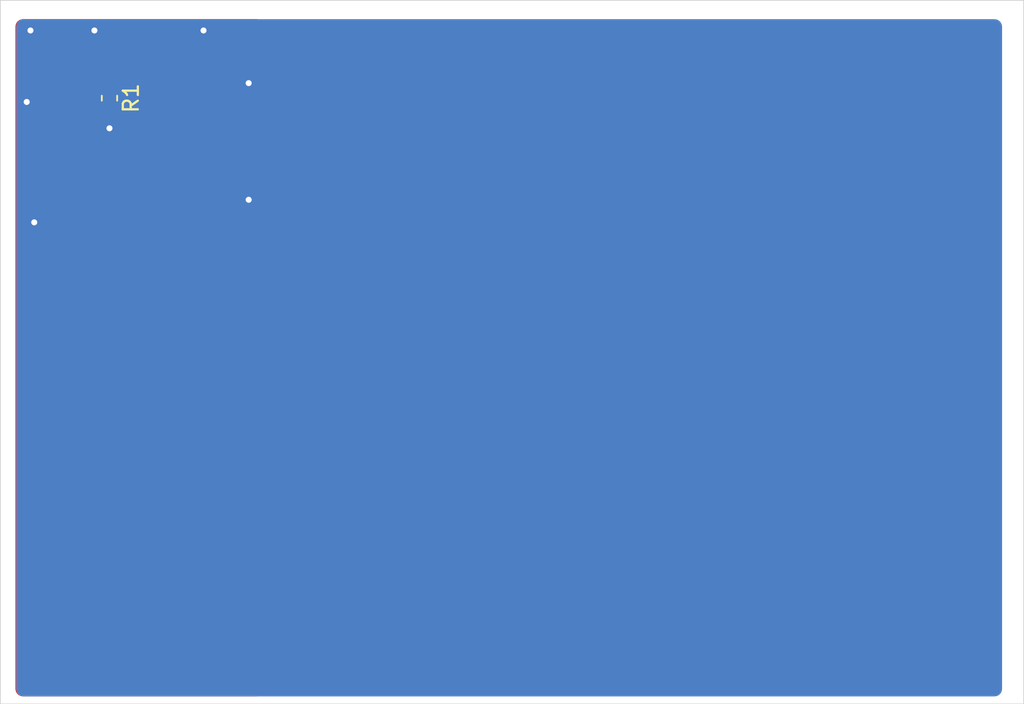
<source format=kicad_pcb>
(kicad_pcb (version 20190605) (host pcbnew "6.0.0-unknown-7b5b807~86~ubuntu18.04.1")

  (general
    (thickness 1.6)
    (drawings 4)
    (tracks 9)
    (modules 1)
    (nets 3)
  )

  (page "A4")
  (layers
    (0 "F.Cu" signal)
    (31 "B.Cu" signal)
    (32 "B.Adhes" user)
    (33 "F.Adhes" user)
    (34 "B.Paste" user)
    (35 "F.Paste" user)
    (36 "B.SilkS" user)
    (37 "F.SilkS" user)
    (38 "B.Mask" user)
    (39 "F.Mask" user)
    (40 "Dwgs.User" user)
    (41 "Cmts.User" user)
    (42 "Eco1.User" user)
    (43 "Eco2.User" user)
    (44 "Edge.Cuts" user)
    (45 "Margin" user)
    (46 "B.CrtYd" user)
    (47 "F.CrtYd" user)
    (48 "B.Fab" user)
    (49 "F.Fab" user)
  )

  (setup
    (last_trace_width 0.25)
    (trace_clearance 0.2)
    (zone_clearance 0.153)
    (zone_45_only no)
    (trace_min 0.1534)
    (via_size 0.8)
    (via_drill 0.4)
    (via_min_size 0.4)
    (via_min_drill 0.3)
    (uvia_size 0.3)
    (uvia_drill 0.1)
    (uvias_allowed no)
    (uvia_min_size 0.2)
    (uvia_min_drill 0.1)
    (max_error 0.005)
    (defaults
      (edge_clearance 0.01)
      (edge_cuts_line_width 0.05)
      (courtyard_line_width 0.05)
      (copper_line_width 0.2)
      (copper_text_dims (size 1.5 1.5) (thickness 0.3) keep_upright)
      (silk_line_width 0.12)
      (silk_text_dims (size 1 1) (thickness 0.15) keep_upright)
      (other_layers_line_width 0.1)
      (other_layers_text_dims (size 1 1) (thickness 0.15) keep_upright)
    )
    (pad_size 1.524 1.524)
    (pad_drill 0.762)
    (pad_to_mask_clearance 0.051)
    (solder_mask_min_width 0.25)
    (aux_axis_origin 0 0)
    (visible_elements FFFFFF7F)
    (pcbplotparams
      (layerselection 0x010fc_ffffffff)
      (usegerberextensions false)
      (usegerberattributes false)
      (usegerberadvancedattributes false)
      (creategerberjobfile false)
      (excludeedgelayer true)
      (linewidth 0.100000)
      (plotframeref false)
      (viasonmask false)
      (mode 1)
      (useauxorigin false)
      (hpglpennumber 1)
      (hpglpenspeed 20)
      (hpglpendiameter 15.000000)
      (psnegative false)
      (psa4output false)
      (plotreference true)
      (plotvalue true)
      (plotinvisibletext false)
      (padsonsilk false)
      (subtractmaskfromsilk false)
      (outputformat 1)
      (mirror false)
      (drillshape 1)
      (scaleselection 1)
      (outputdirectory ""))
  )

  (net 0 "")
  (net 1 "GND")
  (net 2 "+5V")

  (net_class "Default" "This is the default net class."
    (clearance 0.2)
    (trace_width 0.25)
    (via_dia 0.8)
    (via_drill 0.4)
    (uvia_dia 0.3)
    (uvia_drill 0.1)
    (add_net "+5V")
    (add_net "GND")
  )

  (module "Resistor_SMD:R_0603_1608Metric" (layer "F.Cu") (tedit 5B301BBD) (tstamp 5D3DB920)
    (at 79.75 51.75 270)
    (descr "Resistor SMD 0603 (1608 Metric), square (rectangular) end terminal, IPC_7351 nominal, (Body size source: http://www.tortai-tech.com/upload/download/2011102023233369053.pdf), generated with kicad-footprint-generator")
    (tags "resistor")
    (path "/5D3DC317")
    (attr smd)
    (fp_text reference "R1" (at 0 -1.43 90) (layer "F.SilkS")
      (effects (font (size 1 1) (thickness 0.15)))
    )
    (fp_text value "R" (at 0 1.43 90) (layer "F.Fab")
      (effects (font (size 1 1) (thickness 0.15)))
    )
    (fp_text user "%R" (at 0 0 90) (layer "F.Fab")
      (effects (font (size 0.4 0.4) (thickness 0.06)))
    )
    (fp_line (start 1.48 0.73) (end -1.48 0.73) (layer "F.CrtYd") (width 0.05))
    (fp_line (start 1.48 -0.73) (end 1.48 0.73) (layer "F.CrtYd") (width 0.05))
    (fp_line (start -1.48 -0.73) (end 1.48 -0.73) (layer "F.CrtYd") (width 0.05))
    (fp_line (start -1.48 0.73) (end -1.48 -0.73) (layer "F.CrtYd") (width 0.05))
    (fp_line (start -0.162779 0.51) (end 0.162779 0.51) (layer "F.SilkS") (width 0.12))
    (fp_line (start -0.162779 -0.51) (end 0.162779 -0.51) (layer "F.SilkS") (width 0.12))
    (fp_line (start 0.8 0.4) (end -0.8 0.4) (layer "F.Fab") (width 0.1))
    (fp_line (start 0.8 -0.4) (end 0.8 0.4) (layer "F.Fab") (width 0.1))
    (fp_line (start -0.8 -0.4) (end 0.8 -0.4) (layer "F.Fab") (width 0.1))
    (fp_line (start -0.8 0.4) (end -0.8 -0.4) (layer "F.Fab") (width 0.1))
    (pad "2" smd roundrect (at 0.7875 0 270) (size 0.875 0.95) (layers "F.Cu" "F.Paste" "F.Mask") (roundrect_rratio 0.25)
      (net 1 "GND"))
    (pad "1" smd roundrect (at -0.7875 0 270) (size 0.875 0.95) (layers "F.Cu" "F.Paste" "F.Mask") (roundrect_rratio 0.25)
      (net 2 "+5V"))
    (model "${KISYS3DMOD}/Resistor_SMD.3dshapes/R_0603_1608Metric.wrl"
      (at (xyz 0 0 0))
      (scale (xyz 1 1 1))
      (rotate (xyz 0 0 0))
    )
  )

  (gr_line (start 72.5 92) (end 72.5 45.25) (layer "Edge.Cuts") (width 0.05))
  (gr_line (start 140.5 92) (end 72.5 92) (layer "Edge.Cuts") (width 0.05))
  (gr_line (start 140.5 45.25) (end 140.5 92) (layer "Edge.Cuts") (width 0.05))
  (gr_line (start 72.5 45.25) (end 140.5 45.25) (layer "Edge.Cuts") (width 0.05))

  (via (at 74.5 47.25) (size 0.8) (drill 0.4) (layers "F.Cu" "B.Cu") (net 1))
  (via (at 78.75 47.25) (size 0.8) (drill 0.4) (layers "F.Cu" "B.Cu") (net 1))
  (via (at 86 47.25) (size 0.8) (drill 0.4) (layers "F.Cu" "B.Cu") (net 1))
  (via (at 74.25 52) (size 0.8) (drill 0.4) (layers "F.Cu" "B.Cu") (net 1))
  (via (at 74.75 60) (size 0.8) (drill 0.4) (layers "F.Cu" "B.Cu") (net 1))
  (via (at 89 50.75) (size 0.8) (drill 0.4) (layers "F.Cu" "B.Cu") (net 1))
  (via (at 89 58.5) (size 0.8) (drill 0.4) (layers "F.Cu" "B.Cu") (net 1))
  (via (at 79.75 53.75) (size 0.8) (drill 0.4) (layers "F.Cu" "B.Cu") (net 1))
  (segment (start 79.75 52.5375) (end 79.75 53.75) (width 0.25) (layer "F.Cu") (net 1))

  (zone (net 1) (net_name "GND") (layer "F.Cu") (tstamp 0) (hatch edge 0.508)
    (connect_pads yes (clearance 0.254))
    (min_thickness 0.254)
    (fill yes (thermal_gap 0.508) (thermal_bridge_width 0.508) (smoothing fillet) (radius 0.5))
    (polygon
      (pts
        (xy 73.5 46.5) (xy 90 46.5) (xy 90 91.5) (xy 73.5 91.5)
      )
    )
    (filled_polygon
      (pts
        (xy 89.596517 46.639794) (xy 89.686456 46.677048) (xy 89.763689 46.736311) (xy 89.822952 46.813544) (xy 89.860206 46.903483)
        (xy 89.874 47.008258) (xy 89.874 51.624) (xy 84.38 51.624) (xy 84.38 48.245875) (xy 84.377287 48.20449)
        (xy 84.358634 48.062803) (xy 84.337197 47.9828) (xy 84.280927 47.84695) (xy 84.239514 47.775221) (xy 84.149999 47.658564)
        (xy 84.091436 47.600001) (xy 83.974779 47.510486) (xy 83.90305 47.469073) (xy 83.7672 47.412803) (xy 83.687197 47.391366)
        (xy 83.54551 47.372713) (xy 83.504125 47.37) (xy 76.245875 47.37) (xy 76.20449 47.372713) (xy 76.062803 47.391366)
        (xy 75.9828 47.412803) (xy 75.84695 47.469073) (xy 75.775221 47.510486) (xy 75.658564 47.600001) (xy 75.600001 47.658564)
        (xy 75.510486 47.775221) (xy 75.469073 47.84695) (xy 75.412803 47.9828) (xy 75.391366 48.062803) (xy 75.372713 48.20449)
        (xy 75.37 48.245875) (xy 75.37 89.004125) (xy 75.372713 89.04551) (xy 75.391366 89.187197) (xy 75.412803 89.2672)
        (xy 75.469073 89.40305) (xy 75.510486 89.474779) (xy 75.600001 89.591436) (xy 75.658564 89.649999) (xy 75.775221 89.739514)
        (xy 75.84695 89.780927) (xy 75.9828 89.837197) (xy 76.062803 89.858634) (xy 76.20449 89.877287) (xy 76.245875 89.88)
        (xy 83.504125 89.88) (xy 83.54551 89.877287) (xy 83.687197 89.858634) (xy 83.7672 89.837197) (xy 83.90305 89.780927)
        (xy 83.974779 89.739514) (xy 84.091436 89.649999) (xy 84.149999 89.591436) (xy 84.239514 89.474779) (xy 84.280927 89.40305)
        (xy 84.337197 89.2672) (xy 84.358634 89.187197) (xy 84.377287 89.04551) (xy 84.38 89.004125) (xy 84.38 56.626)
        (xy 85.624 56.626) (xy 85.624 60.008258) (xy 85.64428 60.162303) (xy 85.706926 60.313544) (xy 85.806583 60.443417)
        (xy 85.936456 60.543074) (xy 86.087697 60.60572) (xy 86.241742 60.626) (xy 88.258258 60.626) (xy 88.412303 60.60572)
        (xy 88.563544 60.543074) (xy 88.693417 60.443417) (xy 88.793074 60.313544) (xy 88.85572 60.162303) (xy 88.876 60.008258)
        (xy 88.876 56.626) (xy 89.874 56.626) (xy 89.874 90.991742) (xy 89.860206 91.096517) (xy 89.822952 91.186456)
        (xy 89.763689 91.263689) (xy 89.686456 91.322952) (xy 89.596517 91.360206) (xy 89.491742 91.374) (xy 74.008258 91.374)
        (xy 73.903483 91.360206) (xy 73.813544 91.322952) (xy 73.736311 91.263689) (xy 73.677048 91.186456) (xy 73.639794 91.096517)
        (xy 73.626 90.991742) (xy 73.626 47.008258) (xy 73.639794 46.903483) (xy 73.677048 46.813544) (xy 73.736311 46.736311)
        (xy 73.813544 46.677048) (xy 73.903483 46.639794) (xy 74.008258 46.626) (xy 89.491742 46.626)
      )
    )
  )
  (zone (net 2) (net_name "+5V") (layer "F.Cu") (tstamp 0) (hatch edge 0.508)
    (priority 1)
    (connect_pads yes (clearance 0.153))
    (min_thickness 0.153)
    (fill yes (thermal_gap 0.508) (thermal_bridge_width 0.508) (smoothing fillet) (radius 0.5))
    (polygon
      (pts
        (xy 75.75 47.75) (xy 84 47.75) (xy 84 89.5) (xy 75.75 89.5)
      )
    )
    (filled_polygon
      (pts
        (xy 78.439507 47.859378) (xy 78.643011 47.9255) (xy 78.856989 47.9255) (xy 79.060493 47.859378) (xy 79.107123 47.8255)
        (xy 83.495052 47.8255) (xy 83.609699 47.840594) (xy 83.711924 47.882936) (xy 83.799706 47.950294) (xy 83.867064 48.038076)
        (xy 83.909406 48.140301) (xy 83.9245 48.254948) (xy 83.9245 51.4745) (xy 78.497528 51.4745) (xy 78.466491 51.476534)
        (xy 78.329724 51.49454) (xy 78.269732 51.510614) (xy 78.139998 51.564352) (xy 78.086211 51.595407) (xy 77.974806 51.680891)
        (xy 77.930891 51.724806) (xy 77.845407 51.836211) (xy 77.814352 51.889998) (xy 77.760614 52.019732) (xy 77.74454 52.079724)
        (xy 77.726534 52.216491) (xy 77.7245 52.247528) (xy 77.7245 56.002472) (xy 77.726534 56.033509) (xy 77.74454 56.170276)
        (xy 77.760614 56.230268) (xy 77.814352 56.360002) (xy 77.845407 56.413789) (xy 77.930891 56.525194) (xy 77.974806 56.569109)
        (xy 78.086211 56.654593) (xy 78.139998 56.685648) (xy 78.269732 56.739386) (xy 78.329724 56.75546) (xy 78.466491 56.773466)
        (xy 78.497528 56.7755) (xy 78.714572 56.7755) (xy 78.710851 59.501417) (xy 78.712847 59.532485) (xy 78.730697 59.66939)
        (xy 78.746717 59.729451) (xy 78.800368 59.859353) (xy 78.831399 59.913214) (xy 78.916868 60.024784) (xy 78.960794 60.068769)
        (xy 79.072247 60.154391) (xy 79.126067 60.185495) (xy 79.255894 60.239323) (xy 79.315932 60.255425) (xy 79.452815 60.273462)
        (xy 79.48388 60.2755) (xy 80.503151 60.2755) (xy 80.534163 60.273469) (xy 80.670813 60.255494) (xy 80.730756 60.239447)
        (xy 80.860397 60.1858) (xy 80.914149 60.154798) (xy 81.025506 60.069452) (xy 81.069416 60.025603) (xy 81.154916 59.914361)
        (xy 81.185992 59.860649) (xy 81.239815 59.731082) (xy 81.255943 59.671161) (xy 81.274104 59.534536) (xy 81.276178 59.503528)
        (xy 81.279901 56.7755) (xy 83.9245 56.7755) (xy 83.9245 88.995052) (xy 83.909406 89.109699) (xy 83.867064 89.211924)
        (xy 83.799706 89.299706) (xy 83.711924 89.367064) (xy 83.609699 89.409406) (xy 83.495052 89.4245) (xy 76.254948 89.4245)
        (xy 76.140301 89.409406) (xy 76.038076 89.367064) (xy 75.950294 89.299706) (xy 75.882936 89.211924) (xy 75.840594 89.109699)
        (xy 75.8255 88.995052) (xy 75.8255 48.254948) (xy 75.840594 48.140301) (xy 75.882936 48.038076) (xy 75.950294 47.950294)
        (xy 76.038076 47.882936) (xy 76.140301 47.840594) (xy 76.254948 47.8255) (xy 78.392877 47.8255)
      )
    )
  )
  (zone (net 1) (net_name "GND") (layer "F.Cu") (tstamp 0) (hatch edge 0.508)
    (priority 2)
    (connect_pads yes (clearance 0.153))
    (min_thickness 0.153)
    (fill yes (thermal_gap 0.2) (thermal_bridge_width 0.508) (smoothing fillet) (radius 0.5))
    (polygon
      (pts
        (xy 78 51.75) (xy 92.25 51.75) (xy 92.25 56.5) (xy 78 56.5)
      )
    )
    (filled_polygon
      (pts
        (xy 91.859699 51.840594) (xy 91.961924 51.882936) (xy 92.049706 51.950294) (xy 92.117064 52.038076) (xy 92.159406 52.140301)
        (xy 92.1745 52.254948) (xy 92.1745 55.995052) (xy 92.159406 56.109699) (xy 92.117064 56.211924) (xy 92.049706 56.299706)
        (xy 91.961924 56.367064) (xy 91.859699 56.409406) (xy 91.745052 56.4245) (xy 88.8255 56.4245) (xy 88.8255 55.245052)
        (xy 88.80652 55.100881) (xy 88.748962 54.961924) (xy 88.6574 54.8426) (xy 88.538076 54.751038) (xy 88.399119 54.69348)
        (xy 88.254948 54.6745) (xy 79.48721 54.6745) (xy 79.343161 54.693448) (xy 79.204306 54.750909) (xy 79.085032 54.842322)
        (xy 78.993455 54.961471) (xy 78.935806 55.100248) (xy 78.916662 55.244271) (xy 78.915051 56.4245) (xy 78.504948 56.4245)
        (xy 78.390301 56.409406) (xy 78.288076 56.367064) (xy 78.200294 56.299706) (xy 78.132936 56.211924) (xy 78.090594 56.109699)
        (xy 78.0755 55.995052) (xy 78.0755 52.254948) (xy 78.090594 52.140301) (xy 78.132936 52.038076) (xy 78.200294 51.950294)
        (xy 78.288076 51.882936) (xy 78.390301 51.840594) (xy 78.504948 51.8255) (xy 91.745052 51.8255)
      )
    )
    (filled_polygon
      (pts
        (xy 85.359699 55.840594) (xy 85.461924 55.882936) (xy 85.549706 55.950294) (xy 85.617064 56.038076) (xy 85.659406 56.140301)
        (xy 85.6745 56.254948) (xy 85.6745 56.4245) (xy 81.079798 56.4245) (xy 81.077925 56.130491) (xy 81.092864 56.032541)
        (xy 81.134732 55.949455) (xy 81.200309 55.883459) (xy 81.283126 55.841062) (xy 81.380977 55.8255) (xy 85.245052 55.8255)
      )
    )
  )
  (zone (net 1) (net_name "GND") (layer "B.Cu") (tstamp 5D3DB9B2) (hatch edge 0.508)
    (connect_pads yes (clearance 0.153))
    (min_thickness 0.153)
    (fill yes (thermal_gap 0.2) (thermal_bridge_width 0.508) (smoothing fillet) (radius 0.5))
    (polygon
      (pts
        (xy 73.563307 46.5) (xy 139.063307 46.5) (xy 139.063307 91.5) (xy 73.563307 91.5)
      )
    )
    (filled_polygon
      (pts
        (xy 138.673006 46.590594) (xy 138.775231 46.632936) (xy 138.863013 46.700294) (xy 138.930371 46.788076) (xy 138.972713 46.890301)
        (xy 138.987807 47.004948) (xy 138.987807 90.995052) (xy 138.972713 91.109699) (xy 138.930371 91.211924) (xy 138.863013 91.299706)
        (xy 138.775231 91.367064) (xy 138.673006 91.409406) (xy 138.558359 91.4245) (xy 74.068255 91.4245) (xy 73.953608 91.409406)
        (xy 73.851383 91.367064) (xy 73.763601 91.299706) (xy 73.696243 91.211924) (xy 73.653901 91.109699) (xy 73.638807 90.995052)
        (xy 73.638807 47.004948) (xy 73.653901 46.890301) (xy 73.696243 46.788076) (xy 73.763601 46.700294) (xy 73.851383 46.632936)
        (xy 73.953608 46.590594) (xy 74.068255 46.5755) (xy 138.558359 46.5755)
      )
    )
  )
  (zone (net 1) (net_name "GND") (layer "F.Cu") (tstamp 5D405D75) (hatch edge 0.508)
    (priority 5)
    (connect_pads yes (clearance 0.153))
    (min_thickness 0.153)
    (fill yes (thermal_gap 0.2) (thermal_bridge_width 0.508) (smoothing fillet) (radius 0.5))
    (polygon
      (pts
        (xy 78.992836 54.75) (xy 88.75 54.75) (xy 88.75 60.5) (xy 85.75 60.5) (xy 85.75 55.75)
        (xy 81 55.75) (xy 81 60) (xy 78.985671 60)
      )
    )
    (filled_polygon
      (pts
        (xy 88.6745 60.4245) (xy 85.8255 60.4245) (xy 85.8255 55.6745) (xy 81.369045 55.6745) (xy 81.235693 55.695708)
        (xy 81.110124 55.759991) (xy 81.010692 55.860058) (xy 80.94721 55.986035) (xy 80.926853 56.119518) (xy 80.929265 56.498249)
        (xy 80.929274 56.502116) (xy 80.925188 59.495633) (xy 80.909963 59.610168) (xy 80.867554 59.712257) (xy 80.800184 59.799911)
        (xy 80.71244 59.86716) (xy 80.610287 59.909432) (xy 80.495739 59.9245) (xy 79.491307 59.9245) (xy 79.37656 59.90938)
        (xy 79.274263 59.866966) (xy 79.186446 59.799503) (xy 79.119097 59.711587) (xy 79.076824 59.609234) (xy 79.061861 59.494471)
        (xy 79.067648 55.254367) (xy 79.082873 55.139832) (xy 79.125282 55.037743) (xy 79.192652 54.950089) (xy 79.280396 54.88284)
        (xy 79.382549 54.840568) (xy 79.497097 54.8255) (xy 88.6745 54.8255)
      )
    )
  )
)

</source>
